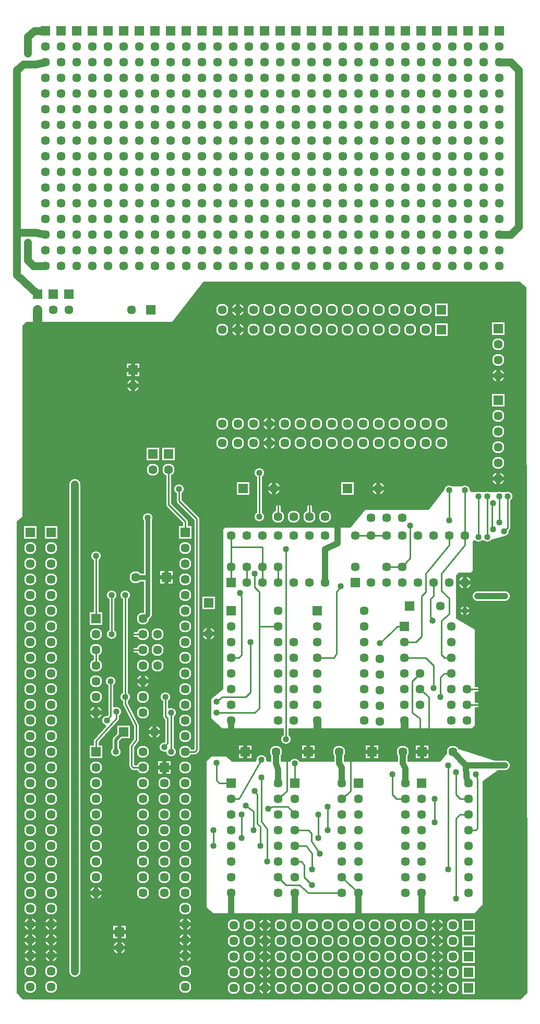
<source format=gbl>
%FSLAX46Y46*%
%MOIN*%
G01*
G75*
%ADD10C,0.040000*%
%ADD11C,0.060000*%
%AMTPC12*21,1,0.062000,0.020000,0.0,0.0,0.000000*21,1,0.020000,0.062000,0.0,0.0,0.000000*%
%ADD12TPC12*%
%ADD13C,0.057000*%
%ADD14C,0.077000*%
%AMTPC15*21,1,0.079000,0.028500,0.0,0.0,0.000000*21,1,0.028500,0.079000,0.0,0.0,0.000000*%
%ADD15TPC15*%
%AMTPC16*21,1,0.079000,0.028500,0.0,0.0,-90.000000*21,1,0.028500,0.079000,0.0,0.0,-90.000000*%
%ADD16TPC16*%
%AMTPC17*21,1,0.079000,0.028500,0.0,0.0,-180.000000*21,1,0.028500,0.079000,0.0,0.0,-180.000000*%
%ADD17TPC17*%
%AMTPC18*21,1,0.079000,0.028500,0.0,0.0,-270.000000*21,1,0.028500,0.079000,0.0,0.0,-270.000000*%
%ADD18TPC18*%
%AMRECT19*21,1,0.057000,0.057000,0.0,0.0,0.000000*%
%ADD19RECT19*%
%AMRECT20*21,1,0.077000,0.077000,0.0,0.0,0.000000*%
%ADD20RECT20*%
%AMRECT21*21,1,0.057000,0.057000,0.0,0.0,-90.000000*%
%ADD21RECT21*%
%AMRECT22*21,1,0.077000,0.077000,0.0,0.0,-90.000000*%
%ADD22RECT22*%
%AMRECT23*21,1,0.057000,0.057000,0.0,0.0,-180.000000*%
%ADD23RECT23*%
%AMRECT24*21,1,0.077000,0.077000,0.0,0.0,-180.000000*%
%ADD24RECT24*%
%AMRECT25*21,1,0.057000,0.057000,0.0,0.0,-270.000000*%
%ADD25RECT25*%
%AMRECT26*21,1,0.077000,0.077000,0.0,0.0,-270.000000*%
%ADD26RECT26*%
%ADD27C,0.010000*%
%ADD28C,0.030000*%
%ADD29C,0.020000*%
%ADD30C,0.040000*%
%ADD31C,0.030000*%
%ADD32C,0.050000*%
%ADD33C,0.050000*%
%ADD34C,0.070000*%
%ADD35C,0.060000*%
%ADD36C,0.080000*%
G01X3262500Y4733600D02*
G36*
X3306250Y4696100D01*
X3312500Y196100D01*
X3268750Y152350D01*
X87500Y152350D01*
X50000Y196100D01*
X50000Y3202350D01*
X87500Y3233600D01*
X87500Y4452350D01*
X112500Y4477350D01*
X1043750Y4477350D01*
X1243750Y4733600D01*
X3262500Y4733600D01*
G37*
%LPC*%
G01X1381250Y3164850D02*
G36*
X2181250Y3164850D01*
X2275000Y3277350D01*
X2681250Y3277350D01*
X2800000Y3427350D01*
X2918750Y3427350D01*
X2956250Y3389850D01*
X3200000Y3389850D01*
X3175000Y3114850D01*
X3068750Y3083600D01*
X2968750Y3083600D01*
X2962500Y3077350D01*
X2962500Y2889850D01*
X2950000Y2877350D01*
X2875000Y2877350D01*
X2856250Y2858600D01*
X2856250Y2583600D01*
X2975000Y2514850D01*
X2975000Y1902350D01*
X2956250Y1883600D01*
X1362500Y1883600D01*
X1293750Y1946100D01*
X1293750Y2071100D01*
X1368750Y2133600D01*
X1368750Y3152350D01*
X1381250Y3164850D01*
G37*
G01X637500Y1877350D02*
G36*
X612500Y1908600D01*
X662500Y2021100D01*
X706250Y2008600D01*
X637500Y1877350D01*
G37*
G01X1656250Y1658600D02*
G36*
X1568750Y1658600D01*
X1593750Y1696100D01*
X1631250Y1696100D01*
X1656250Y1658600D01*
G37*
G01X2975000Y702350D02*
G36*
X1306250Y702350D01*
X1262500Y739850D01*
X1262500Y1671100D01*
X1293750Y1702350D01*
X1387500Y1702350D01*
X1425000Y1671100D01*
X2756250Y1671100D01*
X2831250Y1764850D01*
X3175000Y1652350D01*
X3025000Y1546100D01*
X3025000Y758600D01*
X2975000Y702350D01*
G37*
G01X1050000Y2002350D02*
G36*
X1012500Y2014850D01*
X1006250Y1796100D01*
X987500Y1739850D01*
X1050000Y1714850D01*
X1050000Y2002350D01*
G37*
D11*
X2981250Y1589850D03*
X2806250Y1646100D03*
X2812500Y3402350D03*
X1768750Y1814850D03*
X418750Y333600D03*
X1475000Y2746100D03*
X118750Y4983600D03*
X2718750Y1433600D03*
X1937500Y983600D03*
X2756250Y2083600D03*
X3168750Y2727350D03*
X3093750Y3152350D03*
X2856250Y1602350D03*
X1543750Y2433600D03*
X3162500Y3139850D03*
X2368750Y2427350D03*
X687500Y1989850D03*
X418750Y3439850D03*
X1768750Y3027350D03*
X3056250Y3364850D03*
X3168750Y1646100D03*
X2806250Y983600D03*
X743750Y2733600D03*
X1037500Y1983600D03*
X1656250Y1371100D03*
X1568750Y1483600D03*
X2812500Y3208600D03*
X1650000Y1033600D03*
X2562500Y3177350D03*
X1937500Y883600D03*
X1487500Y1333600D03*
X1325000Y2052350D03*
X993750Y1764850D03*
X2718750Y1283600D03*
X1037500Y1733600D03*
X1512500Y1389850D03*
X656250Y2483600D03*
X3131250Y3364850D03*
X2993750Y2727350D03*
X1975000Y1183600D03*
X2037500Y1383600D03*
X2706250Y2571100D03*
X681250Y1733600D03*
X1562500Y1233600D03*
X2118750Y2789850D03*
X2912500Y2633600D03*
X1306250Y1133600D03*
X3093750Y3321100D03*
X1600000Y3514850D03*
X3131250Y3196100D03*
X1568750Y2871100D03*
X625000Y1933600D03*
X650000Y2183600D03*
X1087500Y3408600D03*
X1825000Y1658600D03*
X1612500Y1571100D03*
X656250Y2733600D03*
X3056250Y3102350D03*
X1325000Y1983600D03*
X2450000Y1589850D03*
X2912500Y3402350D03*
X1975000Y1333600D03*
X3187500Y3364850D03*
X1325000Y1664850D03*
X556250Y2983600D03*
X743750Y2083600D03*
X1306250Y1233600D03*
X1000000Y2083600D03*
X887500Y3227350D03*
X2712500Y2139850D03*
X1612500Y1683600D03*
X2037500Y1233600D03*
X118750Y6189850D03*
X1600000Y3233600D03*
X1487500Y1183600D03*
X1987500Y1083600D03*
X1606250Y1133600D03*
X3000000Y3364850D03*
X3000000Y3102350D03*
X2856250Y796100D03*
D14*
X1818750Y1933600D03*
X950000Y2483600D03*
X2625000Y2233600D03*
X2368750Y1927350D03*
X1818750Y2233600D03*
X1818750Y2333600D03*
X2925000Y2033600D03*
X2625000Y2033600D03*
X2368750Y2127350D03*
X1818750Y2033600D03*
X1818750Y2133600D03*
X1818750Y2433600D03*
X2368750Y2327350D03*
X2925000Y1933600D03*
X2625000Y2133600D03*
X2368750Y2027350D03*
X2368750Y2227350D03*
X2925000Y2133600D03*
X950000Y2283600D03*
X950000Y2383600D03*
X1718750Y3233600D03*
X1418750Y2914850D03*
X1818750Y3233600D03*
X2512500Y2914850D03*
X1618750Y2914850D03*
X1518750Y2914850D03*
X1918750Y3233600D03*
X1718750Y2914850D03*
X2412500Y2914850D03*
X2412500Y3227350D03*
X2512500Y3227350D03*
X2312500Y3227350D03*
X2212500Y2914850D03*
X2131250Y5433600D03*
X2231250Y6233600D03*
X1131250Y5333600D03*
X231250Y6133600D03*
X1131250Y5033600D03*
X2031250Y5633600D03*
X3131250Y5633600D03*
X3031250Y5533600D03*
X2831250Y6033600D03*
X1931250Y5333600D03*
X137500Y1133600D03*
X2731250Y5233600D03*
X831250Y6033600D03*
X631250Y5233600D03*
X1331250Y5133600D03*
X1718750Y1033600D03*
X1125000Y733600D03*
X1431250Y6233600D03*
X1718750Y2533600D03*
X268750Y833600D03*
X1431250Y5533600D03*
X918750Y3533600D03*
X1831250Y5433600D03*
X2231250Y5633600D03*
X831250Y5433600D03*
X1125000Y2833600D03*
X2268750Y2233600D03*
X993750Y1333600D03*
X2031250Y5933600D03*
X268750Y2133600D03*
X2931250Y5233600D03*
X2831250Y4933600D03*
X268750Y1133600D03*
X1125000Y333600D03*
X231250Y5233600D03*
X2937500Y1333600D03*
X2631250Y5033600D03*
X2631250Y5533600D03*
X3031250Y5933600D03*
X1031250Y4833600D03*
X1431250Y5933600D03*
X2031250Y5233600D03*
X268750Y1033600D03*
X1731250Y5133600D03*
X1718750Y2033600D03*
X1718750Y833600D03*
X2731250Y5533600D03*
X1931250Y4933600D03*
X2937500Y833600D03*
X3131250Y4933600D03*
X631250Y5033600D03*
X2125000Y1133600D03*
X1131250Y4933600D03*
X1331250Y6233600D03*
X2531250Y1533600D03*
X1631250Y5433600D03*
X268750Y2333600D03*
X3031250Y4933600D03*
X1731250Y6033600D03*
X1831250Y5233600D03*
X431250Y5433600D03*
X2831250Y6133600D03*
X2931250Y4933600D03*
X331250Y5933600D03*
X2531250Y6033600D03*
X1031250Y5533600D03*
X3131250Y4833600D03*
X1231250Y5233600D03*
X1731250Y5633600D03*
X2931250Y5733600D03*
X2825000Y2233600D03*
X2931250Y5033600D03*
X1331250Y6133600D03*
X137500Y433600D03*
X2931250Y5833600D03*
X631250Y5733600D03*
X731250Y5833600D03*
X231250Y5533600D03*
X2231250Y5333600D03*
X137500Y1233600D03*
X1531250Y5733600D03*
X2268750Y1933600D03*
X137500Y333600D03*
X531250Y6233600D03*
X1931250Y5233600D03*
X1131250Y6133600D03*
X1125000Y1133600D03*
X2531250Y5133600D03*
X1931250Y6033600D03*
X2231250Y5233600D03*
X431250Y5733600D03*
X231250Y5633600D03*
X1931250Y5133600D03*
X2531250Y1133600D03*
X1831250Y6033600D03*
X531250Y5933600D03*
X2531250Y5633600D03*
X3031250Y5733600D03*
X1231250Y5933600D03*
X2831250Y5933600D03*
X2331250Y6233600D03*
X1931250Y5833600D03*
X268750Y3033600D03*
X831250Y5933600D03*
X1718750Y1333600D03*
X137500Y1533600D03*
X2231250Y6033600D03*
X2031250Y5033600D03*
X1931250Y5033600D03*
X731250Y5233600D03*
X1931250Y5533600D03*
X268750Y633600D03*
X268750Y2033600D03*
X431250Y6133600D03*
X231250Y5833600D03*
X431250Y5233600D03*
X1125000Y1233600D03*
X856250Y2083600D03*
X2431250Y5333600D03*
X2531250Y933600D03*
X2931250Y6133600D03*
X1531250Y4933600D03*
X2931250Y5133600D03*
X2931250Y4833600D03*
X3031250Y5433600D03*
X1031250Y5333600D03*
X2331250Y5633600D03*
X1125000Y433600D03*
X2431250Y5433600D03*
X2231250Y4933600D03*
X2331250Y5033600D03*
X2268750Y2533600D03*
X1531250Y5333600D03*
X631250Y5333600D03*
X1331250Y5933600D03*
X1831250Y5733600D03*
X268750Y733600D03*
X1331250Y5733600D03*
X2431250Y5633600D03*
X1931250Y6133600D03*
X1131250Y6233600D03*
X3125000Y4333600D03*
X631250Y5533600D03*
X1231250Y6233600D03*
X2831250Y5633600D03*
X1531250Y6033600D03*
X3031250Y5033600D03*
X331250Y5633600D03*
X137500Y633600D03*
X1931250Y5633600D03*
X3031250Y6233600D03*
X2731250Y5033600D03*
X731250Y5533600D03*
X3131250Y6033600D03*
X3131250Y5733600D03*
X2431250Y5533600D03*
X2431250Y4833600D03*
X1831250Y4833600D03*
X268750Y1533600D03*
X2231250Y6133600D03*
X631250Y5433600D03*
X993750Y933600D03*
X831250Y6133600D03*
X1431250Y5433600D03*
X1831250Y5833600D03*
X856250Y1983600D03*
X331250Y4933600D03*
X2431250Y5933600D03*
X1231250Y5633600D03*
X1718750Y2433600D03*
X1731250Y4933600D03*
X268750Y1733600D03*
X2031250Y4933600D03*
X1718750Y1433600D03*
X137500Y2633600D03*
X2731250Y5633600D03*
X1125000Y1533600D03*
X3031250Y5833600D03*
X631250Y6033600D03*
X1731250Y5933600D03*
X1931250Y5933600D03*
X2931250Y5333600D03*
X2131250Y5233600D03*
X631250Y4833600D03*
X2825000Y2333600D03*
X1631250Y5033600D03*
X1718750Y2633600D03*
X1531250Y5533600D03*
X2431250Y5833600D03*
X2031250Y5333600D03*
X2131250Y5833600D03*
X137500Y2933600D03*
X1131250Y5833600D03*
X331250Y6133600D03*
X1631250Y5633600D03*
X331250Y6033600D03*
X856250Y1233600D03*
X1631250Y5533600D03*
X1125000Y633600D03*
X1731250Y5233600D03*
X1718750Y1133600D03*
X1831250Y5533600D03*
X3125000Y3577350D03*
X1531250Y5833600D03*
X431250Y6233600D03*
X731250Y5633600D03*
X1031250Y5733600D03*
X856250Y2383600D03*
X3125000Y3777350D03*
X2268750Y2633600D03*
X2731250Y6233600D03*
X731250Y5333600D03*
X2631250Y5833600D03*
X831250Y4933600D03*
X2531250Y5233600D03*
X1431250Y5233600D03*
X1231250Y4833600D03*
X931250Y6133600D03*
X2131250Y5733600D03*
X3031250Y4833600D03*
X856250Y1733600D03*
X931250Y5333600D03*
X2531250Y833600D03*
X137500Y1933600D03*
X1125000Y1933600D03*
X2125000Y833600D03*
X2531250Y4933600D03*
X1331250Y4833600D03*
X2131250Y6033600D03*
X1031250Y6233600D03*
X2937500Y1233600D03*
X631250Y5933600D03*
X993750Y1433600D03*
X2631250Y5233600D03*
X1331250Y4933600D03*
X2131250Y4933600D03*
X431250Y5633600D03*
X1531250Y5933600D03*
X1331250Y5333600D03*
X137500Y1633600D03*
X268750Y933600D03*
X137500Y2133600D03*
X2531250Y6233600D03*
X993750Y1133600D03*
X331250Y6233600D03*
X1731250Y4833600D03*
X2937500Y1033600D03*
X1125000Y233600D03*
X268750Y2533600D03*
X2731250Y4933600D03*
X531250Y5533600D03*
X1531250Y5633600D03*
X2231250Y5133600D03*
X1131250Y5633600D03*
X2431250Y5733600D03*
X431250Y4933600D03*
X2931250Y5533600D03*
X1631250Y5133600D03*
X1125000Y933600D03*
X2831250Y5533600D03*
X1718750Y1233600D03*
X137500Y3033600D03*
X531250Y6033600D03*
X2631250Y4933600D03*
X3125000Y4233600D03*
X3031250Y6033600D03*
X2937500Y933600D03*
X1031250Y5933600D03*
X831250Y5833600D03*
X268750Y2233600D03*
X1125000Y3033600D03*
X931250Y5733600D03*
X431250Y5833600D03*
X856250Y933600D03*
X1631250Y6133600D03*
X331250Y4833600D03*
X1031250Y5133600D03*
X2331250Y5433600D03*
X856250Y833600D03*
X831250Y4833600D03*
X1331250Y5233600D03*
X2931250Y5633600D03*
X331250Y5533600D03*
X2331250Y4833600D03*
X531250Y5133600D03*
X531250Y5733600D03*
X993750Y1233600D03*
X1031250Y5633600D03*
X856250Y1433600D03*
X1031250Y5033600D03*
X331250Y5833600D03*
X2531250Y5333600D03*
X1125000Y1433600D03*
X2825000Y2433600D03*
X631250Y4933600D03*
X268750Y1833600D03*
X931250Y6233600D03*
X2431250Y5233600D03*
X831250Y5133600D03*
X268750Y2633600D03*
X1031250Y6133600D03*
X2937500Y1433600D03*
X1331250Y6033600D03*
X331250Y5133600D03*
X1331250Y5633600D03*
X2268750Y2033600D03*
X231250Y5033600D03*
X1731250Y5733600D03*
X268750Y1933600D03*
X137500Y1333600D03*
X137500Y1033600D03*
X2031250Y5133600D03*
X2431250Y6233600D03*
X137500Y2433600D03*
X2831250Y6233600D03*
X2125000Y1033600D03*
X731250Y5733600D03*
X931250Y5933600D03*
X1331250Y5533600D03*
X3125000Y3877350D03*
X2231250Y5033600D03*
X1531250Y5033600D03*
X2431250Y5133600D03*
X2531250Y5833600D03*
X1231250Y4933600D03*
X2331250Y5833600D03*
X2125000Y933600D03*
X2331250Y4933600D03*
X1031250Y5433600D03*
X1125000Y533600D03*
X1631250Y5833600D03*
X2731250Y5733600D03*
X731250Y5033600D03*
X331250Y5433600D03*
X1831250Y5633600D03*
X1631250Y5333600D03*
X2331250Y5533600D03*
X1231250Y5133600D03*
X1231250Y5833600D03*
X1431250Y5133600D03*
X1431250Y5633600D03*
X1431250Y5333600D03*
X831250Y5633600D03*
X1131250Y4833600D03*
X1718750Y933600D03*
X3125000Y3677350D03*
X731250Y5433600D03*
X2231250Y5533600D03*
X2431250Y6033600D03*
X2531250Y5033600D03*
X2331250Y5233600D03*
X856250Y1333600D03*
X268750Y433600D03*
X1731250Y5533600D03*
X231250Y6233600D03*
X137500Y2733600D03*
X431250Y5033600D03*
X2431250Y5033600D03*
X631250Y5133600D03*
X1831250Y5133600D03*
X2731250Y6033600D03*
X3031250Y5233600D03*
X1731250Y5033600D03*
X2831250Y5233600D03*
X1131250Y5133600D03*
X1331250Y5433600D03*
X1131250Y5233600D03*
X431250Y5533600D03*
X931250Y5633600D03*
X2531250Y4833600D03*
X2937500Y1533600D03*
X2731250Y5933600D03*
X1831250Y4933600D03*
X231250Y5433600D03*
X268750Y1333600D03*
X1431250Y4933600D03*
X2031250Y5533600D03*
X2231250Y4833600D03*
X137500Y933600D03*
X1231250Y5433600D03*
X931250Y5433600D03*
X2031250Y5433600D03*
X531250Y4833600D03*
X1125000Y2033600D03*
X731250Y6133600D03*
X2731250Y5133600D03*
X531250Y5333600D03*
X831250Y5233600D03*
X1631250Y6033600D03*
X2268750Y2333600D03*
X2531250Y5433600D03*
X1931250Y5433600D03*
X1431250Y4833600D03*
X2131250Y6233600D03*
X1431250Y6133600D03*
X3131250Y5233600D03*
X2231250Y5833600D03*
X231250Y5133600D03*
X1018750Y3533600D03*
X931250Y4833600D03*
X631250Y6133600D03*
X2125000Y1533600D03*
X2331250Y5333600D03*
X2631250Y5133600D03*
X1718750Y2233600D03*
X3131250Y6233600D03*
X1231250Y5533600D03*
X137500Y233600D03*
X2937500Y1133600D03*
X2531250Y1033600D03*
X431250Y5133600D03*
X631250Y6233600D03*
X1131250Y5433600D03*
X1531250Y6233600D03*
X431250Y5333600D03*
X268750Y1233600D03*
X856250Y2183600D03*
X281250Y4552350D03*
X856250Y2283600D03*
X3131250Y5133600D03*
X856250Y2483600D03*
X1831250Y5933600D03*
X2431250Y6133600D03*
X1231250Y5333600D03*
X3131250Y5533600D03*
X3031250Y5133600D03*
X2831250Y5833600D03*
X731250Y4833600D03*
X1231250Y5033600D03*
X1131250Y5533600D03*
X1431250Y6033600D03*
X137500Y1833600D03*
X2125000Y1233600D03*
X1731250Y6233600D03*
X181250Y4552350D03*
X1931250Y4833600D03*
X1275000Y2485175D03*
X3131250Y5033600D03*
X2531250Y1433600D03*
X231250Y4933600D03*
X137500Y733600D03*
X2125000Y1333600D03*
X2831250Y5033600D03*
X931250Y5233600D03*
X2331250Y5933600D03*
X856250Y1633600D03*
X2131250Y5633600D03*
X2631250Y5633600D03*
X1631250Y5933600D03*
X2831250Y5733600D03*
X1231250Y5733600D03*
X993750Y833600D03*
X331250Y5333600D03*
X1631250Y6233600D03*
X2531250Y6133600D03*
X1431250Y5033600D03*
X231250Y5733600D03*
X731250Y6033600D03*
X1718750Y2133600D03*
X1831250Y6133600D03*
X268750Y2833600D03*
X1831250Y5333600D03*
X1718750Y2333600D03*
X3131250Y6133600D03*
X2531250Y5933600D03*
X856250Y1533600D03*
X268750Y533600D03*
X831250Y6233600D03*
X1631250Y4833600D03*
X2131250Y5033600D03*
X1125000Y2333600D03*
X931250Y6033600D03*
X2131250Y5333600D03*
X1331250Y5833600D03*
X2031250Y5833600D03*
X1125000Y1733600D03*
X1031250Y5833600D03*
X2531250Y5733600D03*
X2731250Y5833600D03*
X1431250Y5833600D03*
X268750Y2933600D03*
X2131250Y4833600D03*
X1831250Y5033600D03*
X631250Y5833600D03*
X531250Y5833600D03*
X531250Y5633600D03*
X1125000Y2733600D03*
X631250Y5633600D03*
X2331250Y5133600D03*
X931250Y5533600D03*
X2831250Y5133600D03*
X431250Y4833600D03*
X1531250Y5433600D03*
X2831250Y4833600D03*
X231250Y5933600D03*
X331250Y5233600D03*
X1125000Y2233600D03*
X1231250Y6033600D03*
X731250Y5933600D03*
X1431250Y5733600D03*
X2831250Y5433600D03*
X531250Y5233600D03*
X831250Y5033600D03*
X2631250Y6133600D03*
X2631250Y5333600D03*
X2631250Y5433600D03*
X2731250Y5333600D03*
X2268750Y2433600D03*
X793750Y4071100D03*
X1125000Y1833600D03*
X2631250Y6033600D03*
X2031250Y6033600D03*
X3125000Y4133600D03*
X1631250Y5733600D03*
X1631250Y4933600D03*
X1131250Y5733600D03*
X137500Y1733600D03*
X993750Y1533600D03*
X2031250Y6133600D03*
X2731250Y5433600D03*
X2631250Y5733600D03*
X1125000Y833600D03*
X531250Y6133600D03*
X431250Y5933600D03*
X1718750Y1933600D03*
X137500Y833600D03*
X137500Y2833600D03*
X268750Y1433600D03*
X331250Y5733600D03*
X856250Y1033600D03*
X1731250Y6133600D03*
X2531250Y1333600D03*
X856250Y2583600D03*
X1125000Y2533600D03*
X2531250Y1233600D03*
X137500Y2233600D03*
X2231250Y5933600D03*
X1131250Y6033600D03*
X2631250Y6233600D03*
X2731250Y4833600D03*
X137500Y1433600D03*
X931250Y4933600D03*
X231250Y5333600D03*
X268750Y333600D03*
X1731250Y5433600D03*
X231250Y4833600D03*
X1125000Y2433600D03*
X1531250Y4833600D03*
X3131250Y5933600D03*
X2831250Y5333600D03*
X2825000Y2133600D03*
X831250Y5333600D03*
X931250Y5833600D03*
X2531250Y5533600D03*
X231250Y6033600D03*
X1931250Y5733600D03*
X268750Y233600D03*
X2131250Y6133600D03*
X1531250Y5133600D03*
X2931250Y5933600D03*
X731250Y6233600D03*
X2131250Y5533600D03*
X1125000Y1633600D03*
X2631250Y5933600D03*
X137500Y533600D03*
X731250Y4933600D03*
X831250Y5733600D03*
X731250Y5133600D03*
X2131250Y5933600D03*
X137500Y2333600D03*
X531250Y5433600D03*
X268750Y2433600D03*
X3131250Y5433600D03*
X531250Y4933600D03*
X2431250Y4933600D03*
X137500Y2533600D03*
X3131250Y5333600D03*
X3031250Y5633600D03*
X856250Y1133600D03*
X2331250Y6033600D03*
X931250Y5133600D03*
X1031250Y4933600D03*
X2931250Y6233600D03*
X2031250Y6233600D03*
X2825000Y1933600D03*
X1718750Y1533600D03*
X1125000Y2933600D03*
X931250Y5033600D03*
X2031250Y5733600D03*
X1931250Y6233600D03*
X1731250Y5333600D03*
X1531250Y6133600D03*
X3131250Y5833600D03*
X531250Y5033600D03*
X2731250Y6133600D03*
X2631250Y4833600D03*
X2268750Y2133600D03*
X2231250Y5733600D03*
X1331250Y5033600D03*
X1131250Y5933600D03*
X1125000Y2633600D03*
X268750Y2733600D03*
X2331250Y6133600D03*
X1125000Y1033600D03*
X3031250Y6133600D03*
X431250Y6033600D03*
X2825000Y2533600D03*
X1531250Y5233600D03*
X2331250Y5733600D03*
X1231250Y6133600D03*
X331250Y5033600D03*
X3125000Y3477350D03*
X1031250Y6033600D03*
X2131250Y5133600D03*
X137500Y2033600D03*
X1125000Y2133600D03*
X381250Y4552350D03*
X706250Y483600D03*
X2931250Y6033600D03*
X1631250Y5233600D03*
X2031250Y4833600D03*
X1831250Y6233600D03*
X2825000Y2033600D03*
X831250Y5533600D03*
X2931250Y5433600D03*
X2231250Y5433600D03*
X2125000Y1433600D03*
X1031250Y5233600D03*
X3031250Y5333600D03*
X1125000Y1333600D03*
X1731250Y5833600D03*
X993750Y1033600D03*
X268750Y1633600D03*
X2362500Y3702350D03*
X1562500Y3702350D03*
X2737500Y627350D03*
X1737500Y427350D03*
X1837500Y427350D03*
X2437500Y627350D03*
X2337500Y227350D03*
X2537500Y627350D03*
X2662500Y3827350D03*
X1537500Y627350D03*
X1437500Y627350D03*
X2037500Y227350D03*
X2637500Y427350D03*
X1437500Y327350D03*
X2837500Y627350D03*
X1937500Y527350D03*
X2637500Y527350D03*
X2037500Y427350D03*
X2037500Y327350D03*
X2262500Y3827350D03*
X1537500Y227350D03*
X2437500Y427350D03*
X2837500Y327350D03*
X1662500Y3827350D03*
X1662500Y3702350D03*
X2162500Y3702350D03*
X1437500Y227350D03*
X1818750Y2814850D03*
X2312500Y2814850D03*
X2537500Y427350D03*
X1537500Y327350D03*
X2562500Y3827350D03*
X2137500Y627350D03*
X1937500Y327350D03*
X2337500Y527350D03*
X2062500Y3702350D03*
X1718750Y2814850D03*
X2462500Y3702350D03*
X2537500Y227350D03*
X1837500Y327350D03*
X1537500Y427350D03*
X2612500Y2814850D03*
X1362500Y3827350D03*
X1618750Y2814850D03*
X2562500Y3702350D03*
X2737500Y227350D03*
X1462500Y3827350D03*
X2018750Y2814850D03*
X2512500Y2814850D03*
X2237500Y527350D03*
X1737500Y627350D03*
X2362500Y3827350D03*
X2437500Y327350D03*
X2062500Y3827350D03*
X1918750Y2814850D03*
X1837500Y227350D03*
X1762500Y3702350D03*
X1562500Y3827350D03*
X2137500Y227350D03*
X1437500Y527350D03*
X2037500Y527350D03*
X2737500Y527350D03*
X2337500Y627350D03*
X2737500Y427350D03*
X2137500Y427350D03*
X2812500Y2814850D03*
X1637500Y427350D03*
X1437500Y427350D03*
X1462500Y3702350D03*
X807825Y2846100D03*
X1862500Y3702350D03*
X1937500Y427350D03*
X2637500Y227350D03*
X1518750Y2814850D03*
X1937500Y227350D03*
X2737500Y327350D03*
X2437500Y227350D03*
X1937500Y627350D03*
X1637500Y327350D03*
X2762500Y3702350D03*
X781250Y4552350D03*
X2912500Y2814850D03*
X2437500Y527350D03*
X1637500Y227350D03*
X2237500Y327350D03*
X2237500Y427350D03*
X2837500Y227350D03*
X2412500Y2814850D03*
X1962500Y3827350D03*
X2837500Y427350D03*
X2237500Y627350D03*
X1737500Y327350D03*
X2762500Y3827350D03*
X1737500Y227350D03*
X2337500Y427350D03*
X1837500Y627350D03*
X2137500Y527350D03*
X1837500Y527350D03*
X1637500Y527350D03*
X2462500Y3827350D03*
X1362500Y3702350D03*
X2537500Y327350D03*
X2537500Y527350D03*
X1962500Y3702350D03*
X2262500Y3702350D03*
X1862500Y3827350D03*
X2712500Y2814850D03*
X1762500Y3827350D03*
X2637500Y327350D03*
X2037500Y627350D03*
X2162500Y3827350D03*
X2837500Y527350D03*
X2237500Y227350D03*
X1537500Y527350D03*
X1637500Y627350D03*
X2337500Y327350D03*
X2662500Y3702350D03*
X1737500Y527350D03*
X2137500Y327350D03*
X2637500Y627350D03*
X1825000Y833600D03*
X1968750Y1933600D03*
X1418750Y2133600D03*
X2637500Y833600D03*
X2525000Y2233600D03*
X1418750Y1133600D03*
X1418750Y1333600D03*
X556250Y1983600D03*
X2231250Y1333600D03*
X556250Y2383600D03*
X1825000Y933600D03*
X1418750Y2033600D03*
X1418750Y2533600D03*
X556250Y2183600D03*
X2231250Y1133600D03*
X1418750Y2433600D03*
X2525000Y1933600D03*
X1825000Y1133600D03*
X1825000Y1233600D03*
X2637500Y933600D03*
X556250Y1633600D03*
X1418750Y1933600D03*
X2231250Y1033600D03*
X2637500Y1433600D03*
X556250Y1233600D03*
X2231250Y833600D03*
X556250Y933600D03*
X2525000Y2033600D03*
X556250Y1033600D03*
X556250Y833600D03*
X2525000Y2333600D03*
X556250Y2283600D03*
X1968750Y2233600D03*
X556250Y2483600D03*
X1968750Y2533600D03*
X2637500Y1033600D03*
X2231250Y1233600D03*
X1825000Y1033600D03*
X556250Y2083600D03*
X1968750Y2433600D03*
X556250Y1333600D03*
X556250Y1533600D03*
X1825000Y1433600D03*
X1418750Y2233600D03*
X556250Y1433600D03*
X1418750Y933600D03*
X1418750Y1433600D03*
X1825000Y1333600D03*
X2231250Y1433600D03*
X1968750Y2133600D03*
X1968750Y2033600D03*
X1418750Y833600D03*
X556250Y1133600D03*
X2637500Y1333600D03*
X1418750Y1233600D03*
X1418750Y1033600D03*
X1968750Y2333600D03*
X2637500Y1233600D03*
X2525000Y2433600D03*
X2637500Y1133600D03*
X2525000Y2133600D03*
X1418750Y2333600D03*
X2231250Y933600D03*
X1918750Y3114850D03*
X1618750Y3114850D03*
X2562500Y4427350D03*
X1562500Y4552350D03*
X2212500Y3114850D03*
X2362500Y4427350D03*
X1418750Y3114850D03*
X1718750Y3114850D03*
X1518750Y3114850D03*
X929675Y1858600D03*
X2562500Y4552350D03*
X2662500Y4427350D03*
X1662500Y4552350D03*
X2812500Y3114850D03*
X2362500Y4552350D03*
X2462500Y4552350D03*
X2262500Y4427350D03*
X1862500Y4552350D03*
X1562500Y4427350D03*
X1818750Y3114850D03*
X1762500Y4552350D03*
X2062500Y4427350D03*
X2262500Y4552350D03*
X1662500Y4427350D03*
X2062500Y4552350D03*
X1462500Y4427350D03*
X2412500Y3114850D03*
X2360925Y3414850D03*
X1862500Y4427350D03*
X2162500Y4552350D03*
X1762500Y4427350D03*
X1962500Y4427350D03*
X1362500Y4427350D03*
X2754675Y2664850D03*
X2912500Y3114850D03*
X2162500Y4427350D03*
X2512500Y3114850D03*
X2018750Y3114850D03*
X1462500Y4552350D03*
X2462500Y4427350D03*
X2517175Y1733600D03*
X1692175Y3414850D03*
X2712500Y3114850D03*
X2662500Y4552350D03*
X1704675Y1733600D03*
X2110925Y1733600D03*
X2835925Y1733600D03*
X2612500Y3114850D03*
X1362500Y4552350D03*
X2312500Y3114850D03*
X1962500Y4552350D03*
D20*
X1031250Y6333600D03*
X2131250Y6333600D03*
X3125000Y4433600D03*
X331250Y6333600D03*
X2031250Y6333600D03*
X1831250Y6333600D03*
X3125000Y3977350D03*
X1125000Y3133600D03*
X793750Y4171100D03*
X918750Y3633600D03*
X2631250Y6333600D03*
X381250Y4652350D03*
X431250Y6333600D03*
X1531250Y6333600D03*
X3131250Y6333600D03*
X1931250Y6333600D03*
X531250Y6333600D03*
X1231250Y6333600D03*
X631250Y6333600D03*
X268750Y3133600D03*
X1631250Y6333600D03*
X137500Y3133600D03*
X1331250Y6333600D03*
X931250Y6333600D03*
X281250Y4652350D03*
X2931250Y6333600D03*
X1275000Y2682025D03*
X2531250Y6333600D03*
X2331250Y6333600D03*
X2231250Y6333600D03*
X993750Y1633600D03*
X2831250Y6333600D03*
X731250Y6333600D03*
X831250Y6333600D03*
X2731250Y6333600D03*
X181250Y4652350D03*
X706250Y583600D03*
X1131250Y6333600D03*
X231250Y6333600D03*
X2431250Y6333600D03*
X3031250Y6333600D03*
X1431250Y6333600D03*
X1731250Y6333600D03*
X1018750Y3633600D03*
D22*
X1004675Y2846100D03*
X1418750Y2814850D03*
X2937500Y627350D03*
X2937500Y427350D03*
X2937500Y327350D03*
X906250Y4552350D03*
X2937500Y227350D03*
X2212500Y2814850D03*
X2937500Y527350D03*
D24*
X556250Y1733600D03*
X2637500Y1533600D03*
X1825000Y1533600D03*
X2525000Y2533600D03*
X1418750Y2633600D03*
X556250Y2583600D03*
X1968750Y2633600D03*
X2231250Y1533600D03*
X1418750Y1533600D03*
D26*
X2557825Y2664850D03*
X2164075Y3414850D03*
X1914075Y1733600D03*
X1495325Y3414850D03*
X2762500Y4427350D03*
X2762500Y4552350D03*
X2320325Y1733600D03*
X1507825Y1733600D03*
X732825Y1858600D03*
X2639075Y1733600D03*
D14*
X2018750Y3233600D03*
D28*
X2912500Y3052350D02*
X2762500Y2871100D01*
X1418750Y2333600D02*
X1468750Y2333600D01*
X1018750Y3308600D02*
X1125000Y3202350D01*
X1562500Y1352350D02*
X1512500Y1389850D01*
X2856250Y1458600D02*
X2856250Y1602350D01*
X1418750Y1433600D02*
X1468750Y1433600D01*
X3131250Y3364850D02*
X3131250Y3196100D01*
X2812500Y2714850D02*
X2812500Y2614850D01*
X1718750Y2814850D02*
X1718750Y2914850D01*
X2881250Y1433600D02*
X2937500Y1433600D01*
X2562500Y2971100D02*
X2512500Y2914850D01*
X1468750Y2333600D02*
X1487500Y2352350D01*
X2512500Y2914850D02*
X2412500Y2914850D01*
X1325000Y1664850D02*
X1325000Y1552350D01*
X743750Y2083600D02*
X743750Y2733600D01*
X1012500Y1789850D02*
X1012500Y1946100D01*
X2637500Y2727350D02*
X2637500Y2471100D01*
X743750Y2083600D02*
X743750Y2039850D01*
X2693750Y2708600D02*
X2712500Y2727350D01*
X2856250Y1308600D02*
X2856250Y796100D01*
X2475000Y1433600D02*
X2531250Y1433600D01*
X781250Y1646100D02*
X781250Y1771100D01*
X2625000Y2133600D02*
X2681250Y2083600D01*
X2712500Y2727350D02*
X2712500Y2814850D01*
X2706250Y2571100D02*
X2693750Y2596100D01*
X1487500Y2721100D02*
X1475000Y2746100D01*
X1618750Y2814850D02*
X1618750Y2914850D01*
X1125000Y1733600D02*
X1187500Y1733600D01*
X2762500Y2758600D02*
X2812500Y2714850D01*
X2662500Y2333600D02*
X2712500Y2283600D01*
X1931250Y1164850D02*
X1987500Y1083600D01*
X2125000Y1433600D02*
X2181250Y1483600D01*
X1512500Y2083600D02*
X1362500Y2083600D01*
X1681250Y1383600D02*
X1781250Y1383600D01*
X2231250Y833600D02*
X2125000Y933600D01*
X1518750Y2914850D02*
X1518750Y2814850D01*
X1187500Y1733600D02*
X1200000Y1746100D01*
X856250Y1633600D02*
X793750Y1633600D01*
X2762500Y2571100D02*
X2762500Y2352350D01*
X812500Y1808600D02*
X781250Y1771100D01*
X1587500Y1458600D02*
X1587500Y1277350D01*
X1125000Y3202350D02*
X1125000Y3133600D01*
X1656250Y1371100D02*
X1681250Y1383600D01*
X2856250Y1308600D02*
X2881250Y1333600D01*
X3087500Y3177350D02*
X3093750Y3152350D01*
X1612500Y1571100D02*
X1612500Y1289850D01*
X3000000Y3102350D02*
X3000000Y3364850D01*
X556250Y2383600D02*
X556250Y2283600D01*
X1468750Y1433600D02*
X1612500Y1683600D01*
X1600000Y3233600D02*
X1600000Y3514850D01*
X2600000Y2433600D02*
X2525000Y2433600D01*
X1912500Y833600D02*
X1856250Y883600D01*
X687500Y1989850D02*
X687500Y1946100D01*
X2562500Y3177350D02*
X2562500Y2971100D01*
X2856250Y1458600D02*
X2881250Y1433600D01*
X2125000Y833600D02*
X1912500Y833600D01*
X556250Y1802350D02*
X556250Y1733600D01*
X2812500Y2614850D02*
X2762500Y2571100D01*
X3093750Y3321100D02*
X3087500Y3296100D01*
X1200000Y3221100D02*
X1087500Y3333600D01*
X2781250Y2233600D02*
X2825000Y2233600D01*
X2812500Y3402350D02*
X2812500Y3208600D01*
X1600000Y2533600D02*
X1600000Y2752350D01*
X1487500Y1333600D02*
X1487500Y1183600D01*
X2806250Y1646100D02*
X2806250Y983600D01*
X2762500Y2352350D02*
X2781250Y2333600D01*
X2312500Y3114850D02*
X2412500Y3114850D01*
X2925000Y2133600D02*
X2987500Y2133600D01*
X1868750Y1033600D02*
X1887500Y1008600D01*
X1887500Y933600D02*
X1937500Y883600D01*
X1012500Y1946100D02*
X1000000Y1958600D01*
X1768750Y3027350D02*
X1768750Y1814850D01*
X1562500Y1233600D02*
X1562500Y1352350D01*
X2637500Y2471100D02*
X2600000Y2433600D01*
X856250Y2483600D02*
X806250Y2483600D01*
X1306250Y1133600D02*
X1306250Y1233600D01*
X1600000Y2008600D02*
X1568750Y1983600D01*
X1931250Y1214850D02*
X1931250Y1164850D01*
X1887500Y1008600D02*
X1887500Y933600D01*
X1568750Y1983600D02*
X1325000Y1983600D01*
X793750Y1633600D02*
X781250Y1646100D01*
X2712500Y2283600D02*
X2712500Y2139850D01*
X1587500Y1277350D02*
X1606250Y1252350D01*
X2781250Y2333600D02*
X2825000Y2333600D01*
X1543750Y2433600D02*
X1543750Y2114850D01*
X1037500Y1733600D02*
X1037500Y1983600D01*
X1418750Y3039850D02*
X1618750Y3039850D01*
X2718750Y1433600D02*
X2718750Y1283600D01*
X2812500Y3114850D02*
X2812500Y3052350D01*
X2693750Y2596100D02*
X2693750Y2708600D01*
X2368750Y2427350D02*
X2481250Y2533600D01*
X1568750Y1483600D02*
X1587500Y1458600D01*
X1825000Y1233600D02*
X1912500Y1233600D01*
X3087500Y3296100D02*
X3087500Y3177350D01*
X1918750Y3233600D02*
X1918750Y3296100D01*
X1343750Y1533600D02*
X1418750Y1533600D01*
X1487500Y2352350D02*
X1487500Y2721100D01*
X1718750Y3233600D02*
X1718750Y3296100D01*
X2525000Y2333600D02*
X2662500Y2333600D01*
X2093750Y2358600D02*
X2075000Y2333600D01*
X1200000Y1746100D02*
X1200000Y3221100D01*
X2625000Y2233600D02*
X2575000Y2183600D01*
X856250Y2383600D02*
X806250Y2383600D01*
X1718750Y2533600D02*
X1600000Y2533600D01*
X2812500Y3052350D02*
X2662500Y2871100D01*
X2881250Y1333600D02*
X2937500Y1333600D01*
X687500Y1946100D02*
X556250Y1802350D01*
X556250Y2983600D02*
X556250Y2583600D01*
X1781250Y1383600D02*
X1825000Y1333600D01*
X1418750Y3114850D02*
X1418750Y3039850D01*
X650000Y1964850D02*
X625000Y1933600D01*
X2756250Y2083600D02*
X2756250Y2208600D01*
X2075000Y2333600D02*
X1968750Y2333600D01*
X3056250Y3102350D02*
X3056250Y3364850D01*
X743750Y2039850D02*
X812500Y1902350D01*
X1975000Y1183600D02*
X1975000Y1333600D01*
X1768750Y883600D02*
X1718750Y933600D01*
X1900000Y1133600D02*
X1937500Y1083600D01*
X1600000Y2533600D02*
X1600000Y2008600D01*
X1825000Y1033600D02*
X1868750Y1033600D01*
X2756250Y2208600D02*
X2781250Y2233600D01*
X1325000Y1552350D02*
X1343750Y1533600D01*
X1912500Y1233600D02*
X1931250Y1214850D01*
X1018750Y3308600D02*
X1018750Y3533600D01*
X2481250Y2533600D02*
X2525000Y2533600D01*
X2912500Y3114850D02*
X2912500Y3052350D01*
X650000Y2183600D02*
X650000Y1964850D01*
X1856250Y883600D02*
X1768750Y883600D01*
X2037500Y1233600D02*
X2037500Y1383600D01*
X2450000Y1589850D02*
X2450000Y1458600D01*
X1600000Y2752350D02*
X1568750Y2783600D01*
X2212500Y3114850D02*
X2312500Y3114850D01*
X1650000Y1239850D02*
X1650000Y1033600D01*
X1362500Y2083600D02*
X1325000Y2052350D01*
X2450000Y1458600D02*
X2475000Y1433600D01*
X3187500Y3164850D02*
X3162500Y3139850D01*
X1568750Y2783600D02*
X1568750Y2871100D01*
X1000000Y2083600D02*
X1000000Y1958600D01*
X1618750Y3039850D02*
X1618750Y2914850D01*
X2762500Y2871100D02*
X2762500Y2758600D01*
X1825000Y1133600D02*
X1900000Y1133600D01*
X2662500Y2752350D02*
X2637500Y2727350D01*
X2093750Y2752350D02*
X2093750Y2358600D01*
X2662500Y2871100D02*
X2662500Y2752350D01*
X1606250Y1252350D02*
X1606250Y1133600D01*
X1087500Y3333600D02*
X1087500Y3408600D01*
X1418750Y3039850D02*
X1418750Y2914850D01*
X2981250Y1233600D02*
X2993750Y1246100D01*
X3187500Y3364850D02*
X3187500Y3164850D01*
X1825000Y1658600D02*
X1825000Y1533600D01*
X812500Y1902350D02*
X812500Y1808600D01*
X2925000Y2033600D02*
X2987500Y2033600D01*
X2993750Y1246100D02*
X2993750Y1558600D01*
X2912500Y3402350D02*
X2912500Y3114850D01*
X1937500Y1083600D02*
X1937500Y983600D01*
X1543750Y2114850D02*
X1512500Y2083600D01*
X2993750Y1558600D02*
X2981250Y1589850D01*
X2575000Y2183600D02*
X2575000Y1983600D01*
X1718750Y1433600D02*
X1775000Y1483600D01*
X1418750Y2914850D02*
X1418750Y2814850D01*
X993750Y1764850D02*
X1012500Y1789850D01*
X656250Y2733600D02*
X656250Y2483600D01*
X1612500Y1289850D02*
X1650000Y1239850D01*
X2937500Y1233600D02*
X2981250Y1233600D01*
X2118750Y2789850D02*
X2093750Y2752350D01*
X2575000Y1983600D02*
X2625000Y1946100D01*
D30*
X681250Y1733600D02*
X681250Y1808600D01*
X681250Y1808600D02*
X732825Y1858600D01*
D32*
X887500Y2846100D02*
X887500Y2608600D01*
X887500Y2608600D02*
X856250Y2583600D01*
X887500Y2846100D02*
X807825Y2846100D01*
X887500Y3227350D02*
X887500Y2846100D01*
D11*
X2923425Y1571100D02*
X2918750Y1646100D01*
X2110925Y1658600D02*
X2125000Y1633600D01*
X2018750Y2814850D02*
X2018750Y3027350D01*
X2918750Y1646100D02*
X3168750Y1646100D01*
X2517175Y1733600D02*
X2517175Y1658600D01*
X3168750Y2727350D02*
X2993750Y2727350D01*
X1704675Y1658600D02*
X1718750Y1621100D01*
X1704675Y1733600D02*
X1704675Y1658600D01*
X2517175Y1658600D02*
X2531250Y1627350D01*
X2018750Y3027350D02*
X2100000Y3064850D01*
X2110925Y1733600D02*
X2110925Y1658600D01*
X1718750Y1621100D02*
X1718750Y1533600D01*
X2531250Y1627350D02*
X2531250Y1533600D01*
X2125000Y1533600D02*
X2125000Y1633600D01*
X2918750Y1646100D02*
X2835925Y1733600D01*
X2937500Y1533600D02*
X2923425Y1571100D01*
D34*
X3206250Y6133600D02*
X3131250Y6133600D01*
X168750Y5046100D02*
X50000Y5046100D01*
X50000Y5046100D02*
X50000Y6083600D01*
X3256250Y6083600D02*
X3256250Y5083600D01*
X118750Y6296100D02*
X162500Y6333600D01*
X3206250Y5033600D02*
X3131250Y5033600D01*
X50000Y5046100D02*
X50000Y4777350D01*
X118750Y4871100D02*
X156250Y4833600D01*
X162500Y6333600D02*
X231250Y6333600D01*
X156250Y4833600D02*
X231250Y4833600D01*
X3206250Y6133600D02*
X3256250Y6083600D01*
X118750Y4983600D02*
X118750Y4871100D01*
X50000Y6083600D02*
X93750Y6121100D01*
X93750Y6121100D02*
X168750Y6121100D01*
X231250Y5033600D02*
X168750Y5046100D01*
X50000Y4777350D02*
X181250Y4652350D01*
X118750Y6189850D02*
X118750Y6296100D01*
X3256250Y5083600D02*
X3206250Y5033600D01*
X418750Y333600D02*
X418750Y3439850D01*
X168750Y6121100D02*
X231250Y6133600D01*
%LPD*%
D10*
X1050000Y2383600D03*
X1250000Y2383600D03*
X1050000Y2183600D03*
X1250000Y2583600D03*
X1250000Y2183600D03*
X1050000Y2583600D03*
X1018750Y3083600D03*
X1275000Y3083600D03*
X2981250Y1589850D03*
X2806250Y1646100D03*
X2812500Y3402350D03*
X1768750Y1814850D03*
X418750Y333600D03*
X1475000Y2746100D03*
X118750Y4983600D03*
X2718750Y1433600D03*
X1937500Y983600D03*
X2756250Y2083600D03*
X3168750Y2727350D03*
X3093750Y3152350D03*
X2856250Y1602350D03*
X1543750Y2433600D03*
X3162500Y3139850D03*
X2368750Y2427350D03*
X687500Y1989850D03*
X418750Y3439850D03*
X1768750Y3027350D03*
X3056250Y3364850D03*
X3168750Y1646100D03*
X2806250Y983600D03*
X743750Y2733600D03*
X1037500Y1983600D03*
X1656250Y1371100D03*
X1568750Y1483600D03*
X2812500Y3208600D03*
X1650000Y1033600D03*
X2562500Y3177350D03*
X1937500Y883600D03*
X1487500Y1333600D03*
X1325000Y2052350D03*
X993750Y1764850D03*
X2718750Y1283600D03*
X1037500Y1733600D03*
X1512500Y1389850D03*
X656250Y2483600D03*
X3131250Y3364850D03*
X2993750Y2727350D03*
X1975000Y1183600D03*
X2037500Y1383600D03*
X2706250Y2571100D03*
X681250Y1733600D03*
X1562500Y1233600D03*
X2118750Y2789850D03*
X2912500Y2633600D03*
D12*
X2912500Y2633600D03*
D10*
X1306250Y1133600D03*
X3093750Y3321100D03*
X1600000Y3514850D03*
X3131250Y3196100D03*
X1568750Y2871100D03*
X625000Y1933600D03*
X650000Y2183600D03*
X1087500Y3408600D03*
X1825000Y1658600D03*
X1612500Y1571100D03*
X656250Y2733600D03*
X3056250Y3102350D03*
X1325000Y1983600D03*
X2450000Y1589850D03*
X2912500Y3402350D03*
X1975000Y1333600D03*
X3187500Y3364850D03*
X1325000Y1664850D03*
X556250Y2983600D03*
X743750Y2083600D03*
X1306250Y1233600D03*
X1000000Y2083600D03*
X887500Y3227350D03*
X2712500Y2139850D03*
X1612500Y1683600D03*
X2037500Y1233600D03*
X118750Y6189850D03*
X1600000Y3233600D03*
X1487500Y1183600D03*
X1987500Y1083600D03*
X1606250Y1133600D03*
X3000000Y3364850D03*
X3000000Y3102350D03*
X2856250Y796100D03*
D13*
X1818750Y1933600D03*
X950000Y2483600D03*
X2625000Y2233600D03*
X2368750Y1927350D03*
X1818750Y2233600D03*
X1818750Y2333600D03*
X2925000Y2033600D03*
X2625000Y2033600D03*
X2368750Y2127350D03*
X1818750Y2033600D03*
X1818750Y2133600D03*
X1818750Y2433600D03*
X2368750Y2327350D03*
X2925000Y1933600D03*
X2625000Y2133600D03*
X2368750Y2027350D03*
X2368750Y2227350D03*
X2925000Y2133600D03*
X950000Y2283600D03*
X950000Y2383600D03*
X1718750Y3233600D03*
X1418750Y2914850D03*
X1818750Y3233600D03*
X2512500Y2914850D03*
X1618750Y2914850D03*
X1518750Y2914850D03*
X1918750Y3233600D03*
X1718750Y2914850D03*
X2412500Y2914850D03*
X2412500Y3227350D03*
X2512500Y3227350D03*
X2312500Y3227350D03*
X2212500Y2914850D03*
X2131250Y5433600D03*
X2231250Y6233600D03*
X1131250Y5333600D03*
X231250Y6133600D03*
X1131250Y5033600D03*
X2031250Y5633600D03*
X3131250Y5633600D03*
X3031250Y5533600D03*
X2831250Y6033600D03*
X1931250Y5333600D03*
X137500Y1133600D03*
X2731250Y5233600D03*
X831250Y6033600D03*
X631250Y5233600D03*
X1331250Y5133600D03*
X1718750Y1033600D03*
X1125000Y733600D03*
X1431250Y6233600D03*
X1718750Y2533600D03*
X268750Y833600D03*
X1431250Y5533600D03*
X918750Y3533600D03*
X1831250Y5433600D03*
X2231250Y5633600D03*
X831250Y5433600D03*
X1125000Y2833600D03*
X2268750Y2233600D03*
X993750Y1333600D03*
X2031250Y5933600D03*
X268750Y2133600D03*
X2931250Y5233600D03*
X2831250Y4933600D03*
X268750Y1133600D03*
X1125000Y333600D03*
X231250Y5233600D03*
X2937500Y1333600D03*
X2631250Y5033600D03*
X2631250Y5533600D03*
X3031250Y5933600D03*
X1031250Y4833600D03*
X1431250Y5933600D03*
X2031250Y5233600D03*
X268750Y1033600D03*
X1731250Y5133600D03*
X1718750Y2033600D03*
X1718750Y833600D03*
X2731250Y5533600D03*
X1931250Y4933600D03*
X2937500Y833600D03*
X3131250Y4933600D03*
X631250Y5033600D03*
X2125000Y1133600D03*
X1131250Y4933600D03*
X1331250Y6233600D03*
X2531250Y1533600D03*
X1631250Y5433600D03*
X268750Y2333600D03*
X3031250Y4933600D03*
X1731250Y6033600D03*
X1831250Y5233600D03*
X431250Y5433600D03*
X2831250Y6133600D03*
X2931250Y4933600D03*
X331250Y5933600D03*
X2531250Y6033600D03*
X1031250Y5533600D03*
X3131250Y4833600D03*
X1231250Y5233600D03*
X1731250Y5633600D03*
X2931250Y5733600D03*
X2825000Y2233600D03*
X2931250Y5033600D03*
X1331250Y6133600D03*
X137500Y433600D03*
D15*
X137500Y433600D03*
D13*
X2931250Y5833600D03*
X631250Y5733600D03*
X731250Y5833600D03*
X231250Y5533600D03*
X2231250Y5333600D03*
X137500Y1233600D03*
X1531250Y5733600D03*
X2268750Y1933600D03*
X137500Y333600D03*
X531250Y6233600D03*
X1931250Y5233600D03*
X1131250Y6133600D03*
X1125000Y1133600D03*
X2531250Y5133600D03*
X1931250Y6033600D03*
X2231250Y5233600D03*
X431250Y5733600D03*
X231250Y5633600D03*
X1931250Y5133600D03*
X2531250Y1133600D03*
X1831250Y6033600D03*
X531250Y5933600D03*
X2531250Y5633600D03*
X3031250Y5733600D03*
X1231250Y5933600D03*
X2831250Y5933600D03*
X2331250Y6233600D03*
X1931250Y5833600D03*
X268750Y3033600D03*
X831250Y5933600D03*
X1718750Y1333600D03*
X137500Y1533600D03*
X2231250Y6033600D03*
X2031250Y5033600D03*
X1931250Y5033600D03*
X731250Y5233600D03*
X1931250Y5533600D03*
X268750Y633600D03*
D15*
X268750Y633600D03*
D13*
X268750Y2033600D03*
X431250Y6133600D03*
X231250Y5833600D03*
X431250Y5233600D03*
X1125000Y1233600D03*
X856250Y2083600D03*
X2431250Y5333600D03*
X2531250Y933600D03*
X2931250Y6133600D03*
X1531250Y4933600D03*
X2931250Y5133600D03*
X2931250Y4833600D03*
X3031250Y5433600D03*
X1031250Y5333600D03*
X2331250Y5633600D03*
X1125000Y433600D03*
D15*
X1125000Y433600D03*
D13*
X2431250Y5433600D03*
X2231250Y4933600D03*
X2331250Y5033600D03*
X2268750Y2533600D03*
X1531250Y5333600D03*
X631250Y5333600D03*
X1331250Y5933600D03*
X1831250Y5733600D03*
X268750Y733600D03*
X1331250Y5733600D03*
X2431250Y5633600D03*
X1931250Y6133600D03*
X1131250Y6233600D03*
X3125000Y4333600D03*
X631250Y5533600D03*
X1231250Y6233600D03*
X2831250Y5633600D03*
X1531250Y6033600D03*
X3031250Y5033600D03*
X331250Y5633600D03*
X137500Y633600D03*
D15*
X137500Y633600D03*
D13*
X1931250Y5633600D03*
X3031250Y6233600D03*
X2731250Y5033600D03*
X731250Y5533600D03*
X3131250Y6033600D03*
X3131250Y5733600D03*
X2431250Y5533600D03*
X2431250Y4833600D03*
X1831250Y4833600D03*
X268750Y1533600D03*
X2231250Y6133600D03*
X631250Y5433600D03*
X993750Y933600D03*
X831250Y6133600D03*
X1431250Y5433600D03*
X1831250Y5833600D03*
X856250Y1983600D03*
X331250Y4933600D03*
X2431250Y5933600D03*
X1231250Y5633600D03*
X1718750Y2433600D03*
X1731250Y4933600D03*
X268750Y1733600D03*
X2031250Y4933600D03*
X1718750Y1433600D03*
X137500Y2633600D03*
X2731250Y5633600D03*
X1125000Y1533600D03*
X3031250Y5833600D03*
X631250Y6033600D03*
X1731250Y5933600D03*
X1931250Y5933600D03*
X2931250Y5333600D03*
X2131250Y5233600D03*
X631250Y4833600D03*
X2825000Y2333600D03*
X1631250Y5033600D03*
X1718750Y2633600D03*
X1531250Y5533600D03*
X2431250Y5833600D03*
X2031250Y5333600D03*
X2131250Y5833600D03*
X137500Y2933600D03*
X1131250Y5833600D03*
X331250Y6133600D03*
X1631250Y5633600D03*
X331250Y6033600D03*
X856250Y1233600D03*
X1631250Y5533600D03*
X1125000Y633600D03*
D15*
X1125000Y633600D03*
D13*
X1731250Y5233600D03*
X1718750Y1133600D03*
X1831250Y5533600D03*
X3125000Y3577350D03*
X1531250Y5833600D03*
X431250Y6233600D03*
X731250Y5633600D03*
X1031250Y5733600D03*
X856250Y2383600D03*
X3125000Y3777350D03*
X2268750Y2633600D03*
X2731250Y6233600D03*
X731250Y5333600D03*
X2631250Y5833600D03*
X831250Y4933600D03*
X2531250Y5233600D03*
X1431250Y5233600D03*
X1231250Y4833600D03*
X931250Y6133600D03*
X2131250Y5733600D03*
X3031250Y4833600D03*
X856250Y1733600D03*
X931250Y5333600D03*
X2531250Y833600D03*
X137500Y1933600D03*
X1125000Y1933600D03*
X2125000Y833600D03*
X2531250Y4933600D03*
X1331250Y4833600D03*
X2131250Y6033600D03*
X1031250Y6233600D03*
X2937500Y1233600D03*
X631250Y5933600D03*
X993750Y1433600D03*
X2631250Y5233600D03*
X1331250Y4933600D03*
X2131250Y4933600D03*
X431250Y5633600D03*
X1531250Y5933600D03*
X1331250Y5333600D03*
X137500Y1633600D03*
X268750Y933600D03*
X137500Y2133600D03*
X2531250Y6233600D03*
X993750Y1133600D03*
X331250Y6233600D03*
X1731250Y4833600D03*
X2937500Y1033600D03*
X1125000Y233600D03*
X268750Y2533600D03*
X2731250Y4933600D03*
X531250Y5533600D03*
X1531250Y5633600D03*
X2231250Y5133600D03*
X1131250Y5633600D03*
X2431250Y5733600D03*
X431250Y4933600D03*
X2931250Y5533600D03*
X1631250Y5133600D03*
X1125000Y933600D03*
X2831250Y5533600D03*
X1718750Y1233600D03*
X137500Y3033600D03*
X531250Y6033600D03*
X2631250Y4933600D03*
X3125000Y4233600D03*
X3031250Y6033600D03*
X2937500Y933600D03*
X1031250Y5933600D03*
X831250Y5833600D03*
X268750Y2233600D03*
X1125000Y3033600D03*
X931250Y5733600D03*
X431250Y5833600D03*
X856250Y933600D03*
X1631250Y6133600D03*
X331250Y4833600D03*
X1031250Y5133600D03*
X2331250Y5433600D03*
X856250Y833600D03*
X831250Y4833600D03*
X1331250Y5233600D03*
X2931250Y5633600D03*
X331250Y5533600D03*
X2331250Y4833600D03*
X531250Y5133600D03*
X531250Y5733600D03*
X993750Y1233600D03*
X1031250Y5633600D03*
X856250Y1433600D03*
X1031250Y5033600D03*
X331250Y5833600D03*
X2531250Y5333600D03*
X1125000Y1433600D03*
X2825000Y2433600D03*
X631250Y4933600D03*
X268750Y1833600D03*
X931250Y6233600D03*
X2431250Y5233600D03*
X831250Y5133600D03*
X268750Y2633600D03*
X1031250Y6133600D03*
X2937500Y1433600D03*
X1331250Y6033600D03*
X331250Y5133600D03*
X1331250Y5633600D03*
X2268750Y2033600D03*
X231250Y5033600D03*
X1731250Y5733600D03*
X268750Y1933600D03*
X137500Y1333600D03*
X137500Y1033600D03*
X2031250Y5133600D03*
X2431250Y6233600D03*
X137500Y2433600D03*
X2831250Y6233600D03*
X2125000Y1033600D03*
X731250Y5733600D03*
X931250Y5933600D03*
X1331250Y5533600D03*
X3125000Y3877350D03*
X2231250Y5033600D03*
X1531250Y5033600D03*
X2431250Y5133600D03*
X2531250Y5833600D03*
X1231250Y4933600D03*
X2331250Y5833600D03*
X2125000Y933600D03*
X2331250Y4933600D03*
X1031250Y5433600D03*
X1125000Y533600D03*
D15*
X1125000Y533600D03*
D13*
X1631250Y5833600D03*
X2731250Y5733600D03*
X731250Y5033600D03*
X331250Y5433600D03*
X1831250Y5633600D03*
X1631250Y5333600D03*
X2331250Y5533600D03*
X1231250Y5133600D03*
X1231250Y5833600D03*
X1431250Y5133600D03*
X1431250Y5633600D03*
X1431250Y5333600D03*
X831250Y5633600D03*
X1131250Y4833600D03*
X1718750Y933600D03*
X3125000Y3677350D03*
X731250Y5433600D03*
X2231250Y5533600D03*
X2431250Y6033600D03*
X2531250Y5033600D03*
X2331250Y5233600D03*
X856250Y1333600D03*
X268750Y433600D03*
D15*
X268750Y433600D03*
D13*
X1731250Y5533600D03*
X231250Y6233600D03*
X137500Y2733600D03*
X431250Y5033600D03*
X2431250Y5033600D03*
X631250Y5133600D03*
X1831250Y5133600D03*
X2731250Y6033600D03*
X3031250Y5233600D03*
X1731250Y5033600D03*
X2831250Y5233600D03*
X1131250Y5133600D03*
X1331250Y5433600D03*
X1131250Y5233600D03*
X431250Y5533600D03*
X931250Y5633600D03*
X2531250Y4833600D03*
X2937500Y1533600D03*
X2731250Y5933600D03*
X1831250Y4933600D03*
X231250Y5433600D03*
X268750Y1333600D03*
X1431250Y4933600D03*
X2031250Y5533600D03*
X2231250Y4833600D03*
X137500Y933600D03*
X1231250Y5433600D03*
X931250Y5433600D03*
X2031250Y5433600D03*
X531250Y4833600D03*
X1125000Y2033600D03*
X731250Y6133600D03*
X2731250Y5133600D03*
X531250Y5333600D03*
X831250Y5233600D03*
X1631250Y6033600D03*
X2268750Y2333600D03*
X2531250Y5433600D03*
X1931250Y5433600D03*
X1431250Y4833600D03*
X2131250Y6233600D03*
X1431250Y6133600D03*
X3131250Y5233600D03*
X2231250Y5833600D03*
X231250Y5133600D03*
X1018750Y3533600D03*
X931250Y4833600D03*
X631250Y6133600D03*
X2125000Y1533600D03*
X2331250Y5333600D03*
X2631250Y5133600D03*
X1718750Y2233600D03*
X3131250Y6233600D03*
X1231250Y5533600D03*
X137500Y233600D03*
X2937500Y1133600D03*
X2531250Y1033600D03*
X431250Y5133600D03*
X631250Y6233600D03*
X1131250Y5433600D03*
X1531250Y6233600D03*
X431250Y5333600D03*
X268750Y1233600D03*
X856250Y2183600D03*
D15*
X856250Y2183600D03*
D13*
X281250Y4552350D03*
X856250Y2283600D03*
X3131250Y5133600D03*
X856250Y2483600D03*
X1831250Y5933600D03*
X2431250Y6133600D03*
X1231250Y5333600D03*
X3131250Y5533600D03*
X3031250Y5133600D03*
X2831250Y5833600D03*
X731250Y4833600D03*
X1231250Y5033600D03*
X1131250Y5533600D03*
X1431250Y6033600D03*
X137500Y1833600D03*
X2125000Y1233600D03*
X1731250Y6233600D03*
X181250Y4552350D03*
X1931250Y4833600D03*
X1275000Y2485175D03*
D15*
X1275000Y2485175D03*
D13*
X3131250Y5033600D03*
X2531250Y1433600D03*
X231250Y4933600D03*
X137500Y733600D03*
X2125000Y1333600D03*
X2831250Y5033600D03*
X931250Y5233600D03*
X2331250Y5933600D03*
X856250Y1633600D03*
X2131250Y5633600D03*
X2631250Y5633600D03*
X1631250Y5933600D03*
X2831250Y5733600D03*
X1231250Y5733600D03*
X993750Y833600D03*
X331250Y5333600D03*
X1631250Y6233600D03*
X2531250Y6133600D03*
X1431250Y5033600D03*
X231250Y5733600D03*
X731250Y6033600D03*
X1718750Y2133600D03*
X1831250Y6133600D03*
X268750Y2833600D03*
X1831250Y5333600D03*
X1718750Y2333600D03*
X3131250Y6133600D03*
X2531250Y5933600D03*
X856250Y1533600D03*
X268750Y533600D03*
D15*
X268750Y533600D03*
D13*
X831250Y6233600D03*
X1631250Y4833600D03*
X2131250Y5033600D03*
X1125000Y2333600D03*
X931250Y6033600D03*
X2131250Y5333600D03*
X1331250Y5833600D03*
X2031250Y5833600D03*
X1125000Y1733600D03*
X1031250Y5833600D03*
X2531250Y5733600D03*
X2731250Y5833600D03*
X1431250Y5833600D03*
X268750Y2933600D03*
X2131250Y4833600D03*
X1831250Y5033600D03*
X631250Y5833600D03*
X531250Y5833600D03*
X531250Y5633600D03*
X1125000Y2733600D03*
X631250Y5633600D03*
X2331250Y5133600D03*
X931250Y5533600D03*
X2831250Y5133600D03*
X431250Y4833600D03*
X1531250Y5433600D03*
X2831250Y4833600D03*
X231250Y5933600D03*
X331250Y5233600D03*
X1125000Y2233600D03*
X1231250Y6033600D03*
X731250Y5933600D03*
X1431250Y5733600D03*
X2831250Y5433600D03*
X531250Y5233600D03*
X831250Y5033600D03*
X2631250Y6133600D03*
X2631250Y5333600D03*
X2631250Y5433600D03*
X2731250Y5333600D03*
X2268750Y2433600D03*
X793750Y4071100D03*
D15*
X793750Y4071100D03*
D13*
X1125000Y1833600D03*
X2631250Y6033600D03*
X2031250Y6033600D03*
X3125000Y4133600D03*
D15*
X3125000Y4133600D03*
D13*
X1631250Y5733600D03*
X1631250Y4933600D03*
X1131250Y5733600D03*
X137500Y1733600D03*
X993750Y1533600D03*
X2031250Y6133600D03*
X2731250Y5433600D03*
X2631250Y5733600D03*
X1125000Y833600D03*
X531250Y6133600D03*
X431250Y5933600D03*
X1718750Y1933600D03*
X137500Y833600D03*
X137500Y2833600D03*
X268750Y1433600D03*
X331250Y5733600D03*
X856250Y1033600D03*
X1731250Y6133600D03*
X2531250Y1333600D03*
X856250Y2583600D03*
X1125000Y2533600D03*
X2531250Y1233600D03*
X137500Y2233600D03*
X2231250Y5933600D03*
X1131250Y6033600D03*
X2631250Y6233600D03*
X2731250Y4833600D03*
X137500Y1433600D03*
X931250Y4933600D03*
X231250Y5333600D03*
X268750Y333600D03*
X1731250Y5433600D03*
X231250Y4833600D03*
X1125000Y2433600D03*
X1531250Y4833600D03*
X3131250Y5933600D03*
X2831250Y5333600D03*
X2825000Y2133600D03*
X831250Y5333600D03*
X931250Y5833600D03*
X2531250Y5533600D03*
X231250Y6033600D03*
X1931250Y5733600D03*
X268750Y233600D03*
X2131250Y6133600D03*
X1531250Y5133600D03*
X2931250Y5933600D03*
X731250Y6233600D03*
X2131250Y5533600D03*
X1125000Y1633600D03*
X2631250Y5933600D03*
X137500Y533600D03*
D15*
X137500Y533600D03*
D13*
X731250Y4933600D03*
X831250Y5733600D03*
X731250Y5133600D03*
X2131250Y5933600D03*
X137500Y2333600D03*
X531250Y5433600D03*
X268750Y2433600D03*
X3131250Y5433600D03*
X531250Y4933600D03*
X2431250Y4933600D03*
X137500Y2533600D03*
X3131250Y5333600D03*
X3031250Y5633600D03*
X856250Y1133600D03*
X2331250Y6033600D03*
X931250Y5133600D03*
X1031250Y4933600D03*
X2931250Y6233600D03*
X2031250Y6233600D03*
X2825000Y1933600D03*
X1718750Y1533600D03*
X1125000Y2933600D03*
X931250Y5033600D03*
X2031250Y5733600D03*
X1931250Y6233600D03*
X1731250Y5333600D03*
X1531250Y6133600D03*
X3131250Y5833600D03*
X531250Y5033600D03*
X2731250Y6133600D03*
X2631250Y4833600D03*
X2268750Y2133600D03*
X2231250Y5733600D03*
X1331250Y5033600D03*
X1131250Y5933600D03*
X1125000Y2633600D03*
X268750Y2733600D03*
X2331250Y6133600D03*
X1125000Y1033600D03*
X3031250Y6133600D03*
X431250Y6033600D03*
X2825000Y2533600D03*
X1531250Y5233600D03*
X2331250Y5733600D03*
X1231250Y6133600D03*
X331250Y5033600D03*
X3125000Y3477350D03*
D15*
X3125000Y3477350D03*
D13*
X1031250Y6033600D03*
X2131250Y5133600D03*
X137500Y2033600D03*
X1125000Y2133600D03*
X381250Y4552350D03*
X706250Y483600D03*
D15*
X706250Y483600D03*
D13*
X2931250Y6033600D03*
X1631250Y5233600D03*
X2031250Y4833600D03*
X1831250Y6233600D03*
X2825000Y2033600D03*
X831250Y5533600D03*
X2931250Y5433600D03*
X2231250Y5433600D03*
X2125000Y1433600D03*
X1031250Y5233600D03*
X3031250Y5333600D03*
X1125000Y1333600D03*
X1731250Y5833600D03*
X993750Y1033600D03*
X268750Y1633600D03*
X2362500Y3702350D03*
X1562500Y3702350D03*
X2737500Y627350D03*
D16*
X2737500Y627350D03*
D13*
X1737500Y427350D03*
X1837500Y427350D03*
X2437500Y627350D03*
X2337500Y227350D03*
X2537500Y627350D03*
X2662500Y3827350D03*
X1537500Y627350D03*
X1437500Y627350D03*
X2037500Y227350D03*
X2637500Y427350D03*
X1437500Y327350D03*
X2837500Y627350D03*
X1937500Y527350D03*
X2637500Y527350D03*
X2037500Y427350D03*
X2037500Y327350D03*
X2262500Y3827350D03*
X1537500Y227350D03*
X2437500Y427350D03*
X2837500Y327350D03*
X1662500Y3827350D03*
D16*
X1662500Y3827350D03*
D13*
X1662500Y3702350D03*
D16*
X1662500Y3702350D03*
D13*
X2162500Y3702350D03*
X1437500Y227350D03*
X1818750Y2814850D03*
X2312500Y2814850D03*
X2537500Y427350D03*
X1537500Y327350D03*
X2562500Y3827350D03*
X2137500Y627350D03*
X1937500Y327350D03*
X2337500Y527350D03*
X2062500Y3702350D03*
X1718750Y2814850D03*
X2462500Y3702350D03*
X2537500Y227350D03*
X1837500Y327350D03*
X1537500Y427350D03*
X2612500Y2814850D03*
X1362500Y3827350D03*
X1618750Y2814850D03*
X2562500Y3702350D03*
X2737500Y227350D03*
D16*
X2737500Y227350D03*
D13*
X1462500Y3827350D03*
X2018750Y2814850D03*
X2512500Y2814850D03*
X2237500Y527350D03*
X1737500Y627350D03*
X2362500Y3827350D03*
X2437500Y327350D03*
X2062500Y3827350D03*
X1918750Y2814850D03*
X1837500Y227350D03*
X1762500Y3702350D03*
X1562500Y3827350D03*
X2137500Y227350D03*
X1437500Y527350D03*
X2037500Y527350D03*
X2737500Y527350D03*
D16*
X2737500Y527350D03*
D13*
X2337500Y627350D03*
X2737500Y427350D03*
D16*
X2737500Y427350D03*
D13*
X2137500Y427350D03*
X2812500Y2814850D03*
X1637500Y427350D03*
D16*
X1637500Y427350D03*
D13*
X1437500Y427350D03*
X1462500Y3702350D03*
X807825Y2846100D03*
X1862500Y3702350D03*
X1937500Y427350D03*
X2637500Y227350D03*
X1518750Y2814850D03*
X1937500Y227350D03*
X2737500Y327350D03*
D16*
X2737500Y327350D03*
D13*
X2437500Y227350D03*
X1937500Y627350D03*
X1637500Y327350D03*
D16*
X1637500Y327350D03*
D13*
X2762500Y3702350D03*
X781250Y4552350D03*
X2912500Y2814850D03*
D16*
X2912500Y2814850D03*
D13*
X2437500Y527350D03*
X1637500Y227350D03*
D16*
X1637500Y227350D03*
D13*
X2237500Y327350D03*
X2237500Y427350D03*
X2837500Y227350D03*
X2412500Y2814850D03*
X1962500Y3827350D03*
X2837500Y427350D03*
X2237500Y627350D03*
X1737500Y327350D03*
X2762500Y3827350D03*
X1737500Y227350D03*
X2337500Y427350D03*
X1837500Y627350D03*
X2137500Y527350D03*
X1837500Y527350D03*
X1637500Y527350D03*
D16*
X1637500Y527350D03*
D13*
X2462500Y3827350D03*
X1362500Y3702350D03*
X2537500Y327350D03*
X2537500Y527350D03*
X1962500Y3702350D03*
X2262500Y3702350D03*
X1862500Y3827350D03*
X2712500Y2814850D03*
X1762500Y3827350D03*
X2637500Y327350D03*
X2037500Y627350D03*
X2162500Y3827350D03*
X2837500Y527350D03*
X2237500Y227350D03*
X1537500Y527350D03*
X1637500Y627350D03*
D16*
X1637500Y627350D03*
D13*
X2337500Y327350D03*
X2662500Y3702350D03*
X1737500Y527350D03*
X2137500Y327350D03*
X2637500Y627350D03*
X1825000Y833600D03*
X1968750Y1933600D03*
X1418750Y2133600D03*
X2637500Y833600D03*
X2525000Y2233600D03*
X1418750Y1133600D03*
X1418750Y1333600D03*
X556250Y1983600D03*
D17*
X556250Y1983600D03*
D13*
X2231250Y1333600D03*
X556250Y2383600D03*
X1825000Y933600D03*
X1418750Y2033600D03*
X1418750Y2533600D03*
X556250Y2183600D03*
X2231250Y1133600D03*
X1418750Y2433600D03*
X2525000Y1933600D03*
X1825000Y1133600D03*
X1825000Y1233600D03*
X2637500Y933600D03*
X556250Y1633600D03*
X1418750Y1933600D03*
X2231250Y1033600D03*
X2637500Y1433600D03*
X556250Y1233600D03*
X2231250Y833600D03*
X556250Y933600D03*
X2525000Y2033600D03*
X556250Y1033600D03*
X556250Y833600D03*
D17*
X556250Y833600D03*
D13*
X2525000Y2333600D03*
X556250Y2283600D03*
X1968750Y2233600D03*
X556250Y2483600D03*
X1968750Y2533600D03*
X2637500Y1033600D03*
X2231250Y1233600D03*
X1825000Y1033600D03*
X556250Y2083600D03*
X1968750Y2433600D03*
X556250Y1333600D03*
X556250Y1533600D03*
X1825000Y1433600D03*
X1418750Y2233600D03*
X556250Y1433600D03*
X1418750Y933600D03*
X1418750Y1433600D03*
X1825000Y1333600D03*
X2231250Y1433600D03*
X1968750Y2133600D03*
X1968750Y2033600D03*
X1418750Y833600D03*
X556250Y1133600D03*
X2637500Y1333600D03*
X1418750Y1233600D03*
X1418750Y1033600D03*
X1968750Y2333600D03*
X2637500Y1233600D03*
X2525000Y2433600D03*
X2637500Y1133600D03*
X2525000Y2133600D03*
X1418750Y2333600D03*
X2231250Y933600D03*
X1918750Y3114850D03*
X1618750Y3114850D03*
X2562500Y4427350D03*
X1562500Y4552350D03*
X2212500Y3114850D03*
X2362500Y4427350D03*
X1418750Y3114850D03*
X1718750Y3114850D03*
X1518750Y3114850D03*
X929675Y1858600D03*
D18*
X929675Y1858600D03*
D13*
X2562500Y4552350D03*
X2662500Y4427350D03*
X1662500Y4552350D03*
X2812500Y3114850D03*
X2362500Y4552350D03*
X2462500Y4552350D03*
X2262500Y4427350D03*
X1862500Y4552350D03*
X1562500Y4427350D03*
X1818750Y3114850D03*
X1762500Y4552350D03*
X2062500Y4427350D03*
X2262500Y4552350D03*
X1662500Y4427350D03*
X2062500Y4552350D03*
X1462500Y4427350D03*
D18*
X1462500Y4427350D03*
D13*
X2412500Y3114850D03*
X2360925Y3414850D03*
D18*
X2360925Y3414850D03*
D13*
X1862500Y4427350D03*
X2162500Y4552350D03*
X1762500Y4427350D03*
X1962500Y4427350D03*
X1362500Y4427350D03*
X2754675Y2664850D03*
X2912500Y3114850D03*
X2162500Y4427350D03*
X2512500Y3114850D03*
X2018750Y3114850D03*
X1462500Y4552350D03*
D18*
X1462500Y4552350D03*
D13*
X2462500Y4427350D03*
X2517175Y1733600D03*
X1692175Y3414850D03*
D18*
X1692175Y3414850D03*
D13*
X2712500Y3114850D03*
X2662500Y4552350D03*
X1704675Y1733600D03*
X2110925Y1733600D03*
X2835925Y1733600D03*
X2612500Y3114850D03*
X1362500Y4552350D03*
X2312500Y3114850D03*
X1962500Y4552350D03*
D19*
X1031250Y6333600D03*
X2131250Y6333600D03*
X3125000Y4433600D03*
X331250Y6333600D03*
X2031250Y6333600D03*
X1831250Y6333600D03*
X3125000Y3977350D03*
X1125000Y3133600D03*
X793750Y4171100D03*
D15*
X793750Y4171100D03*
D19*
X918750Y3633600D03*
X2631250Y6333600D03*
X381250Y4652350D03*
X431250Y6333600D03*
X1531250Y6333600D03*
X3131250Y6333600D03*
X1931250Y6333600D03*
X531250Y6333600D03*
X1231250Y6333600D03*
X631250Y6333600D03*
X268750Y3133600D03*
X1631250Y6333600D03*
X137500Y3133600D03*
X1331250Y6333600D03*
X931250Y6333600D03*
X281250Y4652350D03*
X2931250Y6333600D03*
X1275000Y2682025D03*
X2531250Y6333600D03*
X2331250Y6333600D03*
X2231250Y6333600D03*
X993750Y1633600D03*
D15*
X993750Y1633600D03*
D19*
X2831250Y6333600D03*
X731250Y6333600D03*
X831250Y6333600D03*
X2731250Y6333600D03*
X181250Y4652350D03*
X706250Y583600D03*
D15*
X706250Y583600D03*
D19*
X1131250Y6333600D03*
X231250Y6333600D03*
X2431250Y6333600D03*
X3031250Y6333600D03*
X1431250Y6333600D03*
X1731250Y6333600D03*
X1018750Y3633600D03*
D21*
X1004675Y2846100D03*
D16*
X1004675Y2846100D03*
D21*
X1418750Y2814850D03*
X2937500Y627350D03*
X2937500Y427350D03*
X2937500Y327350D03*
X906250Y4552350D03*
X2937500Y227350D03*
X2212500Y2814850D03*
X2937500Y527350D03*
D23*
X556250Y1733600D03*
X2637500Y1533600D03*
X1825000Y1533600D03*
X2525000Y2533600D03*
X1418750Y2633600D03*
X556250Y2583600D03*
X1968750Y2633600D03*
X2231250Y1533600D03*
X1418750Y1533600D03*
D25*
X2557825Y2664850D03*
X2164075Y3414850D03*
X1914075Y1733600D03*
D18*
X1914075Y1733600D03*
D25*
X1495325Y3414850D03*
X2762500Y4427350D03*
X2762500Y4552350D03*
X2320325Y1733600D03*
D18*
X2320325Y1733600D03*
D25*
X1507825Y1733600D03*
D18*
X1507825Y1733600D03*
D25*
X732825Y1858600D03*
X2639075Y1733600D03*
D18*
X2639075Y1733600D03*
D13*
X2018750Y3233600D03*
D27*
X2912500Y3052350D02*
X2762500Y2871100D01*
X1418750Y2333600D02*
X1468750Y2333600D01*
X1018750Y3308600D02*
X1125000Y3202350D01*
X1562500Y1352350D02*
X1512500Y1389850D01*
X2856250Y1458600D02*
X2856250Y1602350D01*
X1418750Y1433600D02*
X1468750Y1433600D01*
X3131250Y3364850D02*
X3131250Y3196100D01*
X2812500Y2714850D02*
X2812500Y2614850D01*
X1718750Y2814850D02*
X1718750Y2914850D01*
X2881250Y1433600D02*
X2937500Y1433600D01*
X2562500Y2971100D02*
X2512500Y2914850D01*
X1468750Y2333600D02*
X1487500Y2352350D01*
X2512500Y2914850D02*
X2412500Y2914850D01*
X1325000Y1664850D02*
X1325000Y1552350D01*
X743750Y2083600D02*
X743750Y2733600D01*
X1012500Y1789850D02*
X1012500Y1946100D01*
X2637500Y2727350D02*
X2637500Y2471100D01*
X743750Y2083600D02*
X743750Y2039850D01*
X2693750Y2708600D02*
X2712500Y2727350D01*
X2856250Y1308600D02*
X2856250Y796100D01*
X1918750Y3296100D02*
X1918750Y3321100D01*
X2475000Y1433600D02*
X2531250Y1433600D01*
X781250Y1646100D02*
X781250Y1771100D01*
X2625000Y2133600D02*
X2681250Y2083600D01*
X2712500Y2727350D02*
X2712500Y2814850D01*
X2706250Y2571100D02*
X2693750Y2596100D01*
X1487500Y2721100D02*
X1475000Y2746100D01*
X1618750Y2814850D02*
X1618750Y2914850D01*
X1125000Y1733600D02*
X1187500Y1733600D01*
X2762500Y2758600D02*
X2812500Y2714850D01*
X2662500Y2333600D02*
X2712500Y2283600D01*
X1931250Y1164850D02*
X1987500Y1083600D01*
X2125000Y1433600D02*
X2181250Y1483600D01*
X1512500Y2083600D02*
X1362500Y2083600D01*
X2181250Y1483600D02*
X2181250Y1714850D01*
X1681250Y1383600D02*
X1781250Y1383600D01*
X2231250Y833600D02*
X2125000Y933600D01*
X1518750Y2914850D02*
X1518750Y2814850D01*
X1187500Y1733600D02*
X1200000Y1746100D01*
X856250Y1633600D02*
X793750Y1633600D01*
X2762500Y2571100D02*
X2762500Y2352350D01*
X812500Y1808600D02*
X781250Y1771100D01*
X806250Y2483600D02*
X787500Y2483600D01*
X1587500Y1458600D02*
X1587500Y1277350D01*
X1125000Y3202350D02*
X1125000Y3133600D01*
X1656250Y1371100D02*
X1681250Y1383600D01*
X2856250Y1308600D02*
X2881250Y1333600D01*
X3087500Y3177350D02*
X3093750Y3152350D01*
X1612500Y1571100D02*
X1612500Y1289850D01*
X3000000Y3102350D02*
X3000000Y3364850D01*
X556250Y2383600D02*
X556250Y2283600D01*
X1468750Y1433600D02*
X1612500Y1683600D01*
X1600000Y3233600D02*
X1600000Y3514850D01*
X2600000Y2433600D02*
X2525000Y2433600D01*
X1912500Y833600D02*
X1856250Y883600D01*
X687500Y1989850D02*
X687500Y1946100D01*
X2562500Y3177350D02*
X2562500Y2971100D01*
X2856250Y1458600D02*
X2881250Y1433600D01*
X2125000Y833600D02*
X1912500Y833600D01*
X556250Y1802350D02*
X556250Y1733600D01*
X2812500Y2614850D02*
X2762500Y2571100D01*
X3093750Y3321100D02*
X3087500Y3296100D01*
X1200000Y3221100D02*
X1087500Y3333600D01*
X2781250Y2233600D02*
X2825000Y2233600D01*
X2812500Y3402350D02*
X2812500Y3208600D01*
X1600000Y2533600D02*
X1600000Y2752350D01*
X1487500Y1333600D02*
X1487500Y1183600D01*
X2806250Y1646100D02*
X2806250Y983600D01*
X2762500Y2352350D02*
X2781250Y2333600D01*
X2312500Y3114850D02*
X2412500Y3114850D01*
X2925000Y2133600D02*
X2987500Y2133600D01*
X1868750Y1033600D02*
X1887500Y1008600D01*
X1887500Y933600D02*
X1937500Y883600D01*
X1012500Y1946100D02*
X1000000Y1958600D01*
X1768750Y3027350D02*
X1768750Y1814850D01*
X1562500Y1233600D02*
X1562500Y1352350D01*
X2637500Y2471100D02*
X2600000Y2433600D01*
X2987500Y2133600D02*
X3006250Y2133600D01*
X2625000Y1946100D02*
X2625000Y1871100D01*
X856250Y2483600D02*
X806250Y2483600D01*
X1306250Y1133600D02*
X1306250Y1233600D01*
X1600000Y2008600D02*
X1568750Y1983600D01*
X2681250Y2083600D02*
X2681250Y1871100D01*
X1931250Y1214850D02*
X1931250Y1164850D01*
X1887500Y1008600D02*
X1887500Y933600D01*
X1568750Y1983600D02*
X1325000Y1983600D01*
X793750Y1633600D02*
X781250Y1646100D01*
X2712500Y2283600D02*
X2712500Y2139850D01*
X1587500Y1277350D02*
X1606250Y1252350D01*
X2781250Y2333600D02*
X2825000Y2333600D01*
X1543750Y2433600D02*
X1543750Y2114850D01*
X1037500Y1733600D02*
X1037500Y1983600D01*
X1418750Y3039850D02*
X1618750Y3039850D01*
X2718750Y1433600D02*
X2718750Y1283600D01*
X2812500Y3114850D02*
X2812500Y3052350D01*
X2693750Y2596100D02*
X2693750Y2708600D01*
X2368750Y2427350D02*
X2481250Y2533600D01*
X1568750Y1483600D02*
X1587500Y1458600D01*
X1825000Y1233600D02*
X1912500Y1233600D01*
X3087500Y3296100D02*
X3087500Y3177350D01*
X1918750Y3233600D02*
X1918750Y3296100D01*
X1343750Y1533600D02*
X1418750Y1533600D01*
X1487500Y2352350D02*
X1487500Y2721100D01*
X1718750Y3233600D02*
X1718750Y3296100D01*
X2525000Y2333600D02*
X2662500Y2333600D01*
X2093750Y2358600D02*
X2075000Y2333600D01*
X1200000Y1746100D02*
X1200000Y3221100D01*
X2625000Y2233600D02*
X2575000Y2183600D01*
X856250Y2383600D02*
X806250Y2383600D01*
X1718750Y3296100D02*
X1718750Y3321100D01*
X1718750Y2533600D02*
X1600000Y2533600D01*
X2812500Y3052350D02*
X2662500Y2871100D01*
X2881250Y1333600D02*
X2937500Y1333600D01*
X687500Y1946100D02*
X556250Y1802350D01*
X556250Y2983600D02*
X556250Y2583600D01*
X1781250Y1383600D02*
X1825000Y1333600D01*
X1418750Y3114850D02*
X1418750Y3039850D01*
X650000Y1964850D02*
X625000Y1933600D01*
X2756250Y2083600D02*
X2756250Y2208600D01*
X2075000Y2333600D02*
X1968750Y2333600D01*
X3056250Y3102350D02*
X3056250Y3364850D01*
X743750Y2039850D02*
X812500Y1902350D01*
X1975000Y1183600D02*
X1975000Y1333600D01*
X1768750Y883600D02*
X1718750Y933600D01*
X1900000Y1133600D02*
X1937500Y1083600D01*
X1600000Y2533600D02*
X1600000Y2008600D01*
X1825000Y1033600D02*
X1868750Y1033600D01*
X1775000Y1483600D02*
X1775000Y1721100D01*
X2756250Y2208600D02*
X2781250Y2233600D01*
X1325000Y1552350D02*
X1343750Y1533600D01*
X1912500Y1233600D02*
X1931250Y1214850D01*
X1018750Y3308600D02*
X1018750Y3533600D01*
X806250Y2383600D02*
X787500Y2383600D01*
X2481250Y2533600D02*
X2525000Y2533600D01*
X2912500Y3114850D02*
X2912500Y3052350D01*
X650000Y2183600D02*
X650000Y1964850D01*
X1856250Y883600D02*
X1768750Y883600D01*
X2037500Y1233600D02*
X2037500Y1383600D01*
X2450000Y1589850D02*
X2450000Y1458600D01*
X1600000Y2752350D02*
X1568750Y2783600D01*
X2212500Y3114850D02*
X2312500Y3114850D01*
X1650000Y1239850D02*
X1650000Y1033600D01*
X1362500Y2083600D02*
X1325000Y2052350D01*
X2450000Y1458600D02*
X2475000Y1433600D01*
X3187500Y3164850D02*
X3162500Y3139850D01*
X1568750Y2783600D02*
X1568750Y2871100D01*
X1000000Y2083600D02*
X1000000Y1958600D01*
X1618750Y3039850D02*
X1618750Y2914850D01*
X2762500Y2871100D02*
X2762500Y2758600D01*
X1825000Y1133600D02*
X1900000Y1133600D01*
X2662500Y2752350D02*
X2637500Y2727350D01*
X2093750Y2752350D02*
X2093750Y2358600D01*
X2662500Y2871100D02*
X2662500Y2752350D01*
X1606250Y1252350D02*
X1606250Y1133600D01*
X1087500Y3333600D02*
X1087500Y3408600D01*
X1418750Y3039850D02*
X1418750Y2914850D01*
X2981250Y1233600D02*
X2993750Y1246100D01*
X3187500Y3364850D02*
X3187500Y3164850D01*
X1825000Y1658600D02*
X1825000Y1533600D01*
X812500Y1902350D02*
X812500Y1808600D01*
X2925000Y2033600D02*
X2987500Y2033600D01*
X2993750Y1246100D02*
X2993750Y1558600D01*
X2912500Y3402350D02*
X2912500Y3114850D01*
X1937500Y1083600D02*
X1937500Y983600D01*
X1543750Y2114850D02*
X1512500Y2083600D01*
X2993750Y1558600D02*
X2981250Y1589850D01*
X2575000Y2183600D02*
X2575000Y1983600D01*
X1718750Y1433600D02*
X1775000Y1483600D01*
X1418750Y2914850D02*
X1418750Y2814850D01*
X993750Y1764850D02*
X1012500Y1789850D01*
X656250Y2733600D02*
X656250Y2483600D01*
X1612500Y1289850D02*
X1650000Y1239850D01*
X2937500Y1233600D02*
X2981250Y1233600D01*
X2118750Y2789850D02*
X2093750Y2752350D01*
X2987500Y2033600D02*
X3006250Y2033600D01*
X2575000Y1983600D02*
X2625000Y1946100D01*
D29*
X681250Y1733600D02*
X681250Y1808600D01*
X681250Y1808600D02*
X732825Y1858600D01*
D31*
X887500Y2846100D02*
X887500Y2608600D01*
X887500Y2608600D02*
X856250Y2583600D01*
X887500Y2846100D02*
X807825Y2846100D01*
X887500Y3227350D02*
X887500Y2846100D01*
D10*
X2923425Y1571100D02*
X2918750Y1646100D01*
X1825000Y696100D02*
X1825000Y833600D01*
X2231250Y833600D02*
X2231250Y696100D01*
X2637500Y833600D02*
X2637500Y696100D01*
X2110925Y1658600D02*
X2125000Y1633600D01*
X2018750Y2814850D02*
X2018750Y3027350D01*
X2100000Y3064850D02*
X2100000Y3214850D01*
X2918750Y1646100D02*
X3168750Y1646100D01*
X2517175Y1733600D02*
X2517175Y1658600D01*
X3168750Y2727350D02*
X2993750Y2727350D01*
X1704675Y1658600D02*
X1718750Y1621100D01*
X1704675Y1733600D02*
X1704675Y1658600D01*
X1418750Y1933600D02*
X1418750Y1839850D01*
X2517175Y1658600D02*
X2531250Y1627350D01*
X1418750Y696100D02*
X1418750Y833600D01*
X2018750Y3027350D02*
X2100000Y3064850D01*
X2110925Y1733600D02*
X2110925Y1658600D01*
X1718750Y1621100D02*
X1718750Y1533600D01*
X2531250Y1627350D02*
X2531250Y1533600D01*
X2125000Y1533600D02*
X2125000Y1633600D01*
X2918750Y1646100D02*
X2835925Y1733600D01*
X2937500Y1533600D02*
X2923425Y1571100D01*
D33*
X3206250Y6133600D02*
X3131250Y6133600D01*
X168750Y5046100D02*
X50000Y5046100D01*
X50000Y5046100D02*
X50000Y6083600D01*
X3256250Y6083600D02*
X3256250Y5083600D01*
X118750Y6296100D02*
X162500Y6333600D01*
X3206250Y5033600D02*
X3131250Y5033600D01*
X50000Y5046100D02*
X50000Y4777350D01*
X118750Y4871100D02*
X156250Y4833600D01*
X162500Y6333600D02*
X231250Y6333600D01*
X1968750Y1933600D02*
X1968750Y1839850D01*
X156250Y4833600D02*
X231250Y4833600D01*
X3206250Y6133600D02*
X3256250Y6083600D01*
X118750Y4983600D02*
X118750Y4871100D01*
X50000Y6083600D02*
X93750Y6121100D01*
X93750Y6121100D02*
X168750Y6121100D01*
X231250Y5033600D02*
X168750Y5046100D01*
X50000Y4777350D02*
X181250Y4652350D01*
X118750Y6189850D02*
X118750Y6296100D01*
X2525000Y1933600D02*
X2525000Y1846100D01*
X3256250Y5083600D02*
X3206250Y5033600D01*
X418750Y333600D02*
X418750Y3439850D01*
X168750Y6121100D02*
X231250Y6133600D01*
D35*
X181250Y4552350D02*
X181250Y4452350D01*
M02*

</source>
